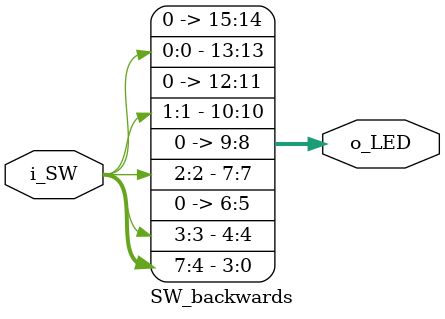
<source format=v>
`timescale 1ns / 1ps


module SW_backwards(
    input [7:0] i_SW,
    output [15:0] o_LED
    );
    
    ////Backwards
    //assign led[0] = sw[7];
    //assign led[1] = sw[6];
    //assign led[2] = sw[5];
    //assign led[3] = sw[4];
    //assign led[6] = sw[3];
    //assign led[5] = sw[3];
    //assign led[4] = sw[3];
    //assign led[9] = sw[2];
    //assign led[8] = sw[2];
    //assign led[7] = sw[2];
    //assign led[12] = sw[1];
    //assign led[11] = sw[1];
    //assign led[10] = sw[1];
    //assign led[15] = sw[0];
    //assign led[14] = sw[0];
    //assign led[13] = sw[0];
    
  assign o_LED[3:0] = i_SW[7:4];
  assign o_LED[6:4] = i_SW[3];
  assign o_LED[9:7] = i_SW[2];
  assign o_LED[12:10] = i_SW[1];
  assign o_LED[15:13] = i_SW[0];
endmodule

</source>
